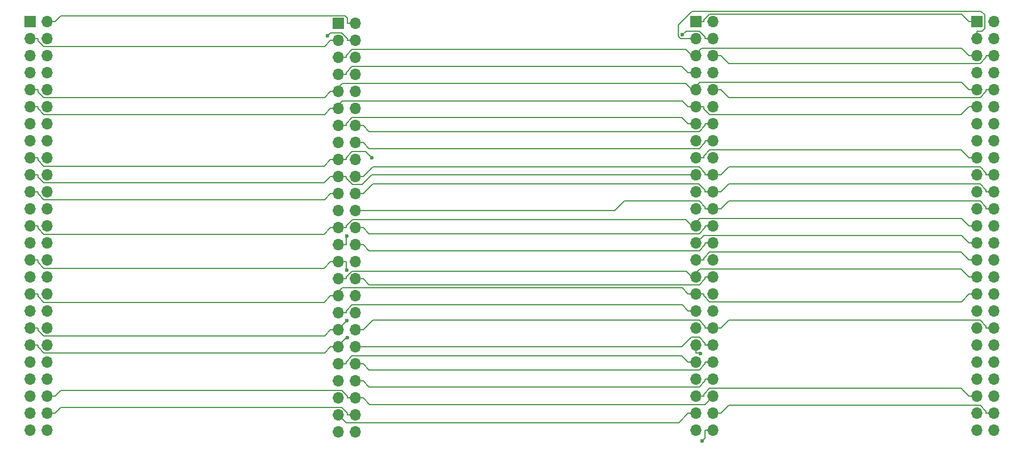
<source format=gbr>
%TF.GenerationSoftware,KiCad,Pcbnew,8.0.1*%
%TF.CreationDate,2024-06-17T10:53:38-04:00*%
%TF.ProjectId,trs80 multi connector,74727338-3020-46d7-956c-746920636f6e,rev?*%
%TF.SameCoordinates,Original*%
%TF.FileFunction,Copper,L2,Bot*%
%TF.FilePolarity,Positive*%
%FSLAX46Y46*%
G04 Gerber Fmt 4.6, Leading zero omitted, Abs format (unit mm)*
G04 Created by KiCad (PCBNEW 8.0.1) date 2024-06-17 10:53:38*
%MOMM*%
%LPD*%
G01*
G04 APERTURE LIST*
%TA.AperFunction,ComponentPad*%
%ADD10R,1.700000X1.700000*%
%TD*%
%TA.AperFunction,ComponentPad*%
%ADD11O,1.700000X1.700000*%
%TD*%
%TA.AperFunction,ViaPad*%
%ADD12C,0.600000*%
%TD*%
%TA.AperFunction,Conductor*%
%ADD13C,0.200000*%
%TD*%
G04 APERTURE END LIST*
D10*
%TO.P,J4,1,Pin_1*%
%TO.N,Pin_1*%
X208026000Y-53594000D03*
D11*
%TO.P,J4,2,Pin_2*%
%TO.N,Pin_2*%
X210566000Y-53594000D03*
%TO.P,J4,3,Pin_3*%
%TO.N,Pin_3*%
X208026000Y-56134000D03*
%TO.P,J4,4,Pin_4*%
%TO.N,Pin_4*%
X210566000Y-56134000D03*
%TO.P,J4,5,Pin_5*%
%TO.N,Pin_5*%
X208026000Y-58674000D03*
%TO.P,J4,6,Pin_6*%
%TO.N,Pin_6*%
X210566000Y-58674000D03*
%TO.P,J4,7,Pin_7*%
%TO.N,Pin_7*%
X208026000Y-61214000D03*
%TO.P,J4,8,Pin_8*%
%TO.N,Pin_8*%
X210566000Y-61214000D03*
%TO.P,J4,9,Pin_9*%
%TO.N,Pin_9*%
X208026000Y-63754000D03*
%TO.P,J4,10,Pin_10*%
%TO.N,Pin_10*%
X210566000Y-63754000D03*
%TO.P,J4,11,Pin_11*%
%TO.N,Pin_11*%
X208026000Y-66294000D03*
%TO.P,J4,12,Pin_12*%
%TO.N,Pin_12*%
X210566000Y-66294000D03*
%TO.P,J4,13,Pin_13*%
%TO.N,Pin_13*%
X208026000Y-68834000D03*
%TO.P,J4,14,Pin_14*%
%TO.N,Pin_14*%
X210566000Y-68834000D03*
%TO.P,J4,15,Pin_15*%
%TO.N,Pin_15*%
X208026000Y-71374000D03*
%TO.P,J4,16,Pin_16*%
%TO.N,Pin_16*%
X210566000Y-71374000D03*
%TO.P,J4,17,Pin_17*%
%TO.N,Pin_17*%
X208026000Y-73914000D03*
%TO.P,J4,18,Pin_18*%
%TO.N,Pin_18*%
X210566000Y-73914000D03*
%TO.P,J4,19,Pin_19*%
%TO.N,Pin_19*%
X208026000Y-76454000D03*
%TO.P,J4,20,Pin_20*%
%TO.N,Pin_20*%
X210566000Y-76454000D03*
%TO.P,J4,21,Pin_21*%
%TO.N,Pin_21*%
X208026000Y-78994000D03*
%TO.P,J4,22,Pin_22*%
%TO.N,Pin_22*%
X210566000Y-78994000D03*
%TO.P,J4,23,Pin_23*%
%TO.N,Pin_23*%
X208026000Y-81534000D03*
%TO.P,J4,24,Pin_24*%
%TO.N,Pin_24*%
X210566000Y-81534000D03*
%TO.P,J4,25,Pin_25*%
%TO.N,Pin_25*%
X208026000Y-84074000D03*
%TO.P,J4,26,Pin_26*%
%TO.N,Pin_26*%
X210566000Y-84074000D03*
%TO.P,J4,27,Pin_27*%
%TO.N,Pin_27*%
X208026000Y-86614000D03*
%TO.P,J4,28,Pin_28*%
%TO.N,Pin_28*%
X210566000Y-86614000D03*
%TO.P,J4,29,Pin_29*%
%TO.N,Pin_29*%
X208026000Y-89154000D03*
%TO.P,J4,30,Pin_30*%
%TO.N,Pin_30*%
X210566000Y-89154000D03*
%TO.P,J4,31,Pin_31*%
%TO.N,Pin_31*%
X208026000Y-91694000D03*
%TO.P,J4,32,Pin_32*%
%TO.N,Pin_32*%
X210566000Y-91694000D03*
%TO.P,J4,33,Pin_33*%
%TO.N,Pin_33*%
X208026000Y-94234000D03*
%TO.P,J4,34,Pin_34*%
%TO.N,Pin_34*%
X210566000Y-94234000D03*
%TO.P,J4,35,Pin_35*%
%TO.N,Pin_35*%
X208026000Y-96774000D03*
%TO.P,J4,36,Pin_36*%
%TO.N,Pin_36*%
X210566000Y-96774000D03*
%TO.P,J4,37,Pin_37*%
%TO.N,Pin_37*%
X208026000Y-99314000D03*
%TO.P,J4,38,Pin_38*%
%TO.N,Pin_38*%
X210566000Y-99314000D03*
%TO.P,J4,39,Pin_39*%
%TO.N,Pin_39*%
X208026000Y-101854000D03*
%TO.P,J4,40,Pin_40*%
%TO.N,Pin_40*%
X210566000Y-101854000D03*
%TO.P,J4,41,Pin_41*%
%TO.N,Pin_41*%
X208026000Y-104394000D03*
%TO.P,J4,42,Pin_42*%
%TO.N,Pin_42*%
X210566000Y-104394000D03*
%TO.P,J4,43,Pin_43*%
%TO.N,Pin_43*%
X208026000Y-106934000D03*
%TO.P,J4,44,Pin_44*%
%TO.N,Pin_44*%
X210566000Y-106934000D03*
%TO.P,J4,45,Pin_45*%
%TO.N,Pin_45*%
X208026000Y-109474000D03*
%TO.P,J4,46,Pin_46*%
%TO.N,Pin_46*%
X210566000Y-109474000D03*
%TO.P,J4,47,Pin_47*%
%TO.N,Pin_47*%
X208026000Y-112014000D03*
%TO.P,J4,48,Pin_48*%
%TO.N,Pin_48*%
X210566000Y-112014000D03*
%TO.P,J4,49,Pin_49*%
%TO.N,Pin_49*%
X208026000Y-114554000D03*
%TO.P,J4,50,Pin_50*%
%TO.N,Pin_50*%
X210566000Y-114554000D03*
%TD*%
D10*
%TO.P,J3,1,Pin_1*%
%TO.N,Pin_1*%
X166116000Y-53594000D03*
D11*
%TO.P,J3,2,Pin_2*%
%TO.N,Pin_2*%
X168656000Y-53594000D03*
%TO.P,J3,3,Pin_3*%
%TO.N,Pin_3*%
X166116000Y-56134000D03*
%TO.P,J3,4,Pin_4*%
%TO.N,Pin_4*%
X168656000Y-56134000D03*
%TO.P,J3,5,Pin_5*%
%TO.N,Pin_5*%
X166116000Y-58674000D03*
%TO.P,J3,6,Pin_6*%
%TO.N,Pin_6*%
X168656000Y-58674000D03*
%TO.P,J3,7,Pin_7*%
%TO.N,Pin_7*%
X166116000Y-61214000D03*
%TO.P,J3,8,Pin_8*%
%TO.N,Pin_8*%
X168656000Y-61214000D03*
%TO.P,J3,9,Pin_9*%
%TO.N,Pin_9*%
X166116000Y-63754000D03*
%TO.P,J3,10,Pin_10*%
%TO.N,Pin_10*%
X168656000Y-63754000D03*
%TO.P,J3,11,Pin_11*%
%TO.N,Pin_11*%
X166116000Y-66294000D03*
%TO.P,J3,12,Pin_12*%
%TO.N,Pin_12*%
X168656000Y-66294000D03*
%TO.P,J3,13,Pin_13*%
%TO.N,Pin_13*%
X166116000Y-68834000D03*
%TO.P,J3,14,Pin_14*%
%TO.N,Pin_14*%
X168656000Y-68834000D03*
%TO.P,J3,15,Pin_15*%
%TO.N,Pin_15*%
X166116000Y-71374000D03*
%TO.P,J3,16,Pin_16*%
%TO.N,Pin_16*%
X168656000Y-71374000D03*
%TO.P,J3,17,Pin_17*%
%TO.N,Pin_17*%
X166116000Y-73914000D03*
%TO.P,J3,18,Pin_18*%
%TO.N,Pin_18*%
X168656000Y-73914000D03*
%TO.P,J3,19,Pin_19*%
%TO.N,Pin_19*%
X166116000Y-76454000D03*
%TO.P,J3,20,Pin_20*%
%TO.N,Pin_20*%
X168656000Y-76454000D03*
%TO.P,J3,21,Pin_21*%
%TO.N,Pin_21*%
X166116000Y-78994000D03*
%TO.P,J3,22,Pin_22*%
%TO.N,Pin_22*%
X168656000Y-78994000D03*
%TO.P,J3,23,Pin_23*%
%TO.N,Pin_23*%
X166116000Y-81534000D03*
%TO.P,J3,24,Pin_24*%
%TO.N,Pin_24*%
X168656000Y-81534000D03*
%TO.P,J3,25,Pin_25*%
%TO.N,Pin_25*%
X166116000Y-84074000D03*
%TO.P,J3,26,Pin_26*%
%TO.N,Pin_26*%
X168656000Y-84074000D03*
%TO.P,J3,27,Pin_27*%
%TO.N,Pin_27*%
X166116000Y-86614000D03*
%TO.P,J3,28,Pin_28*%
%TO.N,Pin_28*%
X168656000Y-86614000D03*
%TO.P,J3,29,Pin_29*%
%TO.N,Pin_29*%
X166116000Y-89154000D03*
%TO.P,J3,30,Pin_30*%
%TO.N,Pin_30*%
X168656000Y-89154000D03*
%TO.P,J3,31,Pin_31*%
%TO.N,Pin_31*%
X166116000Y-91694000D03*
%TO.P,J3,32,Pin_32*%
%TO.N,Pin_32*%
X168656000Y-91694000D03*
%TO.P,J3,33,Pin_33*%
%TO.N,Pin_33*%
X166116000Y-94234000D03*
%TO.P,J3,34,Pin_34*%
%TO.N,Pin_34*%
X168656000Y-94234000D03*
%TO.P,J3,35,Pin_35*%
%TO.N,Pin_35*%
X166116000Y-96774000D03*
%TO.P,J3,36,Pin_36*%
%TO.N,Pin_36*%
X168656000Y-96774000D03*
%TO.P,J3,37,Pin_37*%
%TO.N,Pin_37*%
X166116000Y-99314000D03*
%TO.P,J3,38,Pin_38*%
%TO.N,Pin_38*%
X168656000Y-99314000D03*
%TO.P,J3,39,Pin_39*%
%TO.N,Pin_39*%
X166116000Y-101854000D03*
%TO.P,J3,40,Pin_40*%
%TO.N,Pin_40*%
X168656000Y-101854000D03*
%TO.P,J3,41,Pin_41*%
%TO.N,Pin_41*%
X166116000Y-104394000D03*
%TO.P,J3,42,Pin_42*%
%TO.N,Pin_42*%
X168656000Y-104394000D03*
%TO.P,J3,43,Pin_43*%
%TO.N,Pin_43*%
X166116000Y-106934000D03*
%TO.P,J3,44,Pin_44*%
%TO.N,Pin_44*%
X168656000Y-106934000D03*
%TO.P,J3,45,Pin_45*%
%TO.N,Pin_45*%
X166116000Y-109474000D03*
%TO.P,J3,46,Pin_46*%
%TO.N,Pin_46*%
X168656000Y-109474000D03*
%TO.P,J3,47,Pin_47*%
%TO.N,Pin_47*%
X166116000Y-112014000D03*
%TO.P,J3,48,Pin_48*%
%TO.N,Pin_48*%
X168656000Y-112014000D03*
%TO.P,J3,49,Pin_49*%
%TO.N,Pin_49*%
X166116000Y-114554000D03*
%TO.P,J3,50,Pin_50*%
%TO.N,Pin_50*%
X168656000Y-114554000D03*
%TD*%
D10*
%TO.P,J2,1,Pin_1*%
%TO.N,Pin_1*%
X112776000Y-53848000D03*
D11*
%TO.P,J2,2,Pin_2*%
%TO.N,Pin_2*%
X115316000Y-53848000D03*
%TO.P,J2,3,Pin_3*%
%TO.N,Pin_3*%
X112776000Y-56388000D03*
%TO.P,J2,4,Pin_4*%
%TO.N,Pin_4*%
X115316000Y-56388000D03*
%TO.P,J2,5,Pin_5*%
%TO.N,Pin_5*%
X112776000Y-58928000D03*
%TO.P,J2,6,Pin_6*%
%TO.N,Pin_6*%
X115316000Y-58928000D03*
%TO.P,J2,7,Pin_7*%
%TO.N,Pin_7*%
X112776000Y-61468000D03*
%TO.P,J2,8,Pin_8*%
%TO.N,Pin_8*%
X115316000Y-61468000D03*
%TO.P,J2,9,Pin_9*%
%TO.N,Pin_9*%
X112776000Y-64008000D03*
%TO.P,J2,10,Pin_10*%
%TO.N,Pin_10*%
X115316000Y-64008000D03*
%TO.P,J2,11,Pin_11*%
%TO.N,Pin_11*%
X112776000Y-66548000D03*
%TO.P,J2,12,Pin_12*%
%TO.N,Pin_12*%
X115316000Y-66548000D03*
%TO.P,J2,13,Pin_13*%
%TO.N,Pin_13*%
X112776000Y-69088000D03*
%TO.P,J2,14,Pin_14*%
%TO.N,Pin_14*%
X115316000Y-69088000D03*
%TO.P,J2,15,Pin_15*%
%TO.N,Pin_15*%
X112776000Y-71628000D03*
%TO.P,J2,16,Pin_16*%
%TO.N,Pin_16*%
X115316000Y-71628000D03*
%TO.P,J2,17,Pin_17*%
%TO.N,Pin_17*%
X112776000Y-74168000D03*
%TO.P,J2,18,Pin_18*%
%TO.N,Pin_18*%
X115316000Y-74168000D03*
%TO.P,J2,19,Pin_19*%
%TO.N,Pin_19*%
X112776000Y-76708000D03*
%TO.P,J2,20,Pin_20*%
%TO.N,Pin_20*%
X115316000Y-76708000D03*
%TO.P,J2,21,Pin_21*%
%TO.N,Pin_21*%
X112776000Y-79248000D03*
%TO.P,J2,22,Pin_22*%
%TO.N,Pin_22*%
X115316000Y-79248000D03*
%TO.P,J2,23,Pin_23*%
%TO.N,Pin_23*%
X112776000Y-81788000D03*
%TO.P,J2,24,Pin_24*%
%TO.N,Pin_24*%
X115316000Y-81788000D03*
%TO.P,J2,25,Pin_25*%
%TO.N,Pin_25*%
X112776000Y-84328000D03*
%TO.P,J2,26,Pin_26*%
%TO.N,Pin_26*%
X115316000Y-84328000D03*
%TO.P,J2,27,Pin_27*%
%TO.N,Pin_27*%
X112776000Y-86868000D03*
%TO.P,J2,28,Pin_28*%
%TO.N,Pin_28*%
X115316000Y-86868000D03*
%TO.P,J2,29,Pin_29*%
%TO.N,Pin_29*%
X112776000Y-89408000D03*
%TO.P,J2,30,Pin_30*%
%TO.N,Pin_30*%
X115316000Y-89408000D03*
%TO.P,J2,31,Pin_31*%
%TO.N,Pin_31*%
X112776000Y-91948000D03*
%TO.P,J2,32,Pin_32*%
%TO.N,Pin_32*%
X115316000Y-91948000D03*
%TO.P,J2,33,Pin_33*%
%TO.N,Pin_33*%
X112776000Y-94488000D03*
%TO.P,J2,34,Pin_34*%
%TO.N,Pin_34*%
X115316000Y-94488000D03*
%TO.P,J2,35,Pin_35*%
%TO.N,Pin_35*%
X112776000Y-97028000D03*
%TO.P,J2,36,Pin_36*%
%TO.N,Pin_36*%
X115316000Y-97028000D03*
%TO.P,J2,37,Pin_37*%
%TO.N,Pin_37*%
X112776000Y-99568000D03*
%TO.P,J2,38,Pin_38*%
%TO.N,Pin_38*%
X115316000Y-99568000D03*
%TO.P,J2,39,Pin_39*%
%TO.N,Pin_39*%
X112776000Y-102108000D03*
%TO.P,J2,40,Pin_40*%
%TO.N,Pin_40*%
X115316000Y-102108000D03*
%TO.P,J2,41,Pin_41*%
%TO.N,Pin_41*%
X112776000Y-104648000D03*
%TO.P,J2,42,Pin_42*%
%TO.N,Pin_42*%
X115316000Y-104648000D03*
%TO.P,J2,43,Pin_43*%
%TO.N,Pin_43*%
X112776000Y-107188000D03*
%TO.P,J2,44,Pin_44*%
%TO.N,Pin_44*%
X115316000Y-107188000D03*
%TO.P,J2,45,Pin_45*%
%TO.N,Pin_45*%
X112776000Y-109728000D03*
%TO.P,J2,46,Pin_46*%
%TO.N,Pin_46*%
X115316000Y-109728000D03*
%TO.P,J2,47,Pin_47*%
%TO.N,Pin_47*%
X112776000Y-112268000D03*
%TO.P,J2,48,Pin_48*%
%TO.N,Pin_48*%
X115316000Y-112268000D03*
%TO.P,J2,49,Pin_49*%
%TO.N,Pin_49*%
X112776000Y-114808000D03*
%TO.P,J2,50,Pin_50*%
%TO.N,Pin_50*%
X115316000Y-114808000D03*
%TD*%
D10*
%TO.P,J1,1,Pin_1*%
%TO.N,Pin_1*%
X66802000Y-53594000D03*
D11*
%TO.P,J1,2,Pin_2*%
%TO.N,Pin_2*%
X69342000Y-53594000D03*
%TO.P,J1,3,Pin_3*%
%TO.N,Pin_3*%
X66802000Y-56134000D03*
%TO.P,J1,4,Pin_4*%
%TO.N,Pin_4*%
X69342000Y-56134000D03*
%TO.P,J1,5,Pin_5*%
%TO.N,Pin_5*%
X66802000Y-58674000D03*
%TO.P,J1,6,Pin_6*%
%TO.N,Pin_6*%
X69342000Y-58674000D03*
%TO.P,J1,7,Pin_7*%
%TO.N,Pin_7*%
X66802000Y-61214000D03*
%TO.P,J1,8,Pin_8*%
%TO.N,Pin_8*%
X69342000Y-61214000D03*
%TO.P,J1,9,Pin_9*%
%TO.N,Pin_9*%
X66802000Y-63754000D03*
%TO.P,J1,10,Pin_10*%
%TO.N,Pin_10*%
X69342000Y-63754000D03*
%TO.P,J1,11,Pin_11*%
%TO.N,Pin_11*%
X66802000Y-66294000D03*
%TO.P,J1,12,Pin_12*%
%TO.N,Pin_12*%
X69342000Y-66294000D03*
%TO.P,J1,13,Pin_13*%
%TO.N,Pin_13*%
X66802000Y-68834000D03*
%TO.P,J1,14,Pin_14*%
%TO.N,Pin_14*%
X69342000Y-68834000D03*
%TO.P,J1,15,Pin_15*%
%TO.N,Pin_15*%
X66802000Y-71374000D03*
%TO.P,J1,16,Pin_16*%
%TO.N,Pin_16*%
X69342000Y-71374000D03*
%TO.P,J1,17,Pin_17*%
%TO.N,Pin_17*%
X66802000Y-73914000D03*
%TO.P,J1,18,Pin_18*%
%TO.N,Pin_18*%
X69342000Y-73914000D03*
%TO.P,J1,19,Pin_19*%
%TO.N,Pin_19*%
X66802000Y-76454000D03*
%TO.P,J1,20,Pin_20*%
%TO.N,Pin_20*%
X69342000Y-76454000D03*
%TO.P,J1,21,Pin_21*%
%TO.N,Pin_21*%
X66802000Y-78994000D03*
%TO.P,J1,22,Pin_22*%
%TO.N,Pin_22*%
X69342000Y-78994000D03*
%TO.P,J1,23,Pin_23*%
%TO.N,Pin_23*%
X66802000Y-81534000D03*
%TO.P,J1,24,Pin_24*%
%TO.N,Pin_24*%
X69342000Y-81534000D03*
%TO.P,J1,25,Pin_25*%
%TO.N,Pin_25*%
X66802000Y-84074000D03*
%TO.P,J1,26,Pin_26*%
%TO.N,Pin_26*%
X69342000Y-84074000D03*
%TO.P,J1,27,Pin_27*%
%TO.N,Pin_27*%
X66802000Y-86614000D03*
%TO.P,J1,28,Pin_28*%
%TO.N,Pin_28*%
X69342000Y-86614000D03*
%TO.P,J1,29,Pin_29*%
%TO.N,Pin_29*%
X66802000Y-89154000D03*
%TO.P,J1,30,Pin_30*%
%TO.N,Pin_30*%
X69342000Y-89154000D03*
%TO.P,J1,31,Pin_31*%
%TO.N,Pin_31*%
X66802000Y-91694000D03*
%TO.P,J1,32,Pin_32*%
%TO.N,Pin_32*%
X69342000Y-91694000D03*
%TO.P,J1,33,Pin_33*%
%TO.N,Pin_33*%
X66802000Y-94234000D03*
%TO.P,J1,34,Pin_34*%
%TO.N,Pin_34*%
X69342000Y-94234000D03*
%TO.P,J1,35,Pin_35*%
%TO.N,Pin_35*%
X66802000Y-96774000D03*
%TO.P,J1,36,Pin_36*%
%TO.N,Pin_36*%
X69342000Y-96774000D03*
%TO.P,J1,37,Pin_37*%
%TO.N,Pin_37*%
X66802000Y-99314000D03*
%TO.P,J1,38,Pin_38*%
%TO.N,Pin_38*%
X69342000Y-99314000D03*
%TO.P,J1,39,Pin_39*%
%TO.N,Pin_39*%
X66802000Y-101854000D03*
%TO.P,J1,40,Pin_40*%
%TO.N,Pin_40*%
X69342000Y-101854000D03*
%TO.P,J1,41,Pin_41*%
%TO.N,Pin_41*%
X66802000Y-104394000D03*
%TO.P,J1,42,Pin_42*%
%TO.N,Pin_42*%
X69342000Y-104394000D03*
%TO.P,J1,43,Pin_43*%
%TO.N,Pin_43*%
X66802000Y-106934000D03*
%TO.P,J1,44,Pin_44*%
%TO.N,Pin_44*%
X69342000Y-106934000D03*
%TO.P,J1,45,Pin_45*%
%TO.N,Pin_45*%
X66802000Y-109474000D03*
%TO.P,J1,46,Pin_46*%
%TO.N,Pin_46*%
X69342000Y-109474000D03*
%TO.P,J1,47,Pin_47*%
%TO.N,Pin_47*%
X66802000Y-112014000D03*
%TO.P,J1,48,Pin_48*%
%TO.N,Pin_48*%
X69342000Y-112014000D03*
%TO.P,J1,49,Pin_49*%
%TO.N,Pin_49*%
X66802000Y-114554000D03*
%TO.P,J1,50,Pin_50*%
%TO.N,Pin_50*%
X69342000Y-114554000D03*
%TD*%
D12*
%TO.N,Pin_17*%
X117744000Y-73914000D03*
%TO.N,Pin_39*%
X166763000Y-103124000D03*
X114171000Y-100760000D03*
%TO.N,Pin_29*%
X114036000Y-90646400D03*
%TO.N,Pin_27*%
X114046000Y-85598000D03*
%TO.N,Pin_37*%
X114027000Y-98219400D03*
%TO.N,Pin_50*%
X167042000Y-116168000D03*
%TO.N,Pin_4*%
X111128000Y-55685300D03*
X164119000Y-55527400D03*
%TD*%
D13*
%TO.N,Pin_19*%
X117775000Y-76454000D02*
X166116000Y-76454000D01*
X116328000Y-77901100D02*
X117775000Y-76454000D01*
X114874000Y-77901100D02*
X116328000Y-77901100D01*
X113928000Y-76955100D02*
X114874000Y-77901100D01*
X113928000Y-76708000D02*
X113928000Y-76955100D01*
X112776000Y-76708000D02*
X113928000Y-76708000D01*
X67953700Y-76454000D02*
X66802000Y-76454000D01*
X67953700Y-76741900D02*
X67953700Y-76454000D01*
X68853700Y-77641900D02*
X67953700Y-76741900D01*
X110690000Y-77641900D02*
X68853700Y-77641900D01*
X111624000Y-76708000D02*
X110690000Y-77641900D01*
X112776000Y-76708000D02*
X111624000Y-76708000D01*
%TO.N,Pin_17*%
X116813000Y-72983100D02*
X117744000Y-73914000D01*
X114825000Y-72983100D02*
X116813000Y-72983100D01*
X113928000Y-73880100D02*
X114825000Y-72983100D01*
X113928000Y-74168000D02*
X113928000Y-73880100D01*
X112776000Y-74168000D02*
X113928000Y-74168000D01*
X67953700Y-73914000D02*
X66802000Y-73914000D01*
X67953700Y-74201900D02*
X67953700Y-73914000D01*
X68872200Y-75120400D02*
X67953700Y-74201900D01*
X110672000Y-75120400D02*
X68872200Y-75120400D01*
X111624000Y-74168000D02*
X110672000Y-75120400D01*
X112776000Y-74168000D02*
X111624000Y-74168000D01*
X167268000Y-73914000D02*
X166116000Y-73914000D01*
X167268000Y-73626100D02*
X167268000Y-73914000D01*
X168170000Y-72723400D02*
X167268000Y-73626100D01*
X205684000Y-72723400D02*
X168170000Y-72723400D01*
X206874000Y-73914000D02*
X205684000Y-72723400D01*
X208026000Y-73914000D02*
X206874000Y-73914000D01*
%TO.N,Pin_11*%
X111624000Y-66548000D02*
X112200000Y-66548000D01*
X110725000Y-67447500D02*
X111624000Y-66548000D01*
X68838700Y-67447500D02*
X110725000Y-67447500D01*
X67953700Y-66562500D02*
X68838700Y-67447500D01*
X67953700Y-66294000D02*
X67953700Y-66562500D01*
X66802000Y-66294000D02*
X67953700Y-66294000D01*
X206874000Y-66294000D02*
X208026000Y-66294000D01*
X205684000Y-67484600D02*
X206874000Y-66294000D01*
X168170000Y-67484600D02*
X205684000Y-67484600D01*
X167268000Y-66581900D02*
X168170000Y-67484600D01*
X167268000Y-66294000D02*
X167268000Y-66581900D01*
X166116000Y-66294000D02*
X167268000Y-66294000D01*
X113364000Y-65384300D02*
X112200000Y-66548000D01*
X164055000Y-65384300D02*
X113364000Y-65384300D01*
X164964000Y-66294000D02*
X164055000Y-65384300D01*
X166116000Y-66294000D02*
X164964000Y-66294000D01*
X112776000Y-66548000D02*
X112200000Y-66548000D01*
%TO.N,Pin_7*%
X113928000Y-61468000D02*
X112776000Y-61468000D01*
X113928000Y-61180100D02*
X113928000Y-61468000D01*
X114820000Y-60287800D02*
X113928000Y-61180100D01*
X164038000Y-60287800D02*
X114820000Y-60287800D01*
X164964000Y-61214000D02*
X164038000Y-60287800D01*
X166116000Y-61214000D02*
X164964000Y-61214000D01*
%TO.N,Pin_21*%
X67953700Y-78994000D02*
X66802000Y-78994000D01*
X67953700Y-79262500D02*
X67953700Y-78994000D01*
X68838700Y-80147500D02*
X67953700Y-79262500D01*
X110725000Y-80147500D02*
X68838700Y-80147500D01*
X111624000Y-79248000D02*
X110725000Y-80147500D01*
X112776000Y-79248000D02*
X111624000Y-79248000D01*
%TO.N,Pin_9*%
X111624000Y-64008000D02*
X112200000Y-64008000D01*
X110709000Y-64923000D02*
X111624000Y-64008000D01*
X68834800Y-64923000D02*
X110709000Y-64923000D01*
X67953700Y-64041900D02*
X68834800Y-64923000D01*
X67953700Y-63754000D02*
X67953700Y-64041900D01*
X66802000Y-63754000D02*
X67953700Y-63754000D01*
X166116000Y-63754000D02*
X165540000Y-63754000D01*
X113407000Y-62801600D02*
X112200000Y-64008000D01*
X164588000Y-62801600D02*
X113407000Y-62801600D01*
X165540000Y-63754000D02*
X164588000Y-62801600D01*
X206874000Y-63754000D02*
X208026000Y-63754000D01*
X205718000Y-62597200D02*
X206874000Y-63754000D01*
X166697000Y-62597200D02*
X205718000Y-62597200D01*
X165540000Y-63754000D02*
X166697000Y-62597200D01*
X112776000Y-64008000D02*
X112200000Y-64008000D01*
%TO.N,Pin_3*%
X67953700Y-56134000D02*
X66802000Y-56134000D01*
X67953700Y-56421900D02*
X67953700Y-56134000D01*
X68838800Y-57307000D02*
X67953700Y-56421900D01*
X110705000Y-57307000D02*
X68838800Y-57307000D01*
X111624000Y-56388000D02*
X110705000Y-57307000D01*
X112776000Y-56388000D02*
X111624000Y-56388000D01*
X163851000Y-56134000D02*
X166116000Y-56134000D01*
X163488000Y-55770700D02*
X163851000Y-56134000D01*
X163488000Y-54087400D02*
X163488000Y-55770700D01*
X165552000Y-52022900D02*
X163488000Y-54087400D01*
X208624000Y-52022900D02*
X165552000Y-52022900D01*
X209185000Y-52584800D02*
X208624000Y-52022900D01*
X209185000Y-54614700D02*
X209185000Y-52584800D01*
X208818000Y-54982300D02*
X209185000Y-54614700D01*
X208026000Y-54982300D02*
X208818000Y-54982300D01*
X208026000Y-56134000D02*
X208026000Y-54982300D01*
%TO.N,Pin_31*%
X166116000Y-91694000D02*
X165540000Y-91694000D01*
X113928000Y-91948000D02*
X112776000Y-91948000D01*
X113928000Y-91660100D02*
X113928000Y-91948000D01*
X114795000Y-90792800D02*
X113928000Y-91660100D01*
X164639000Y-90792800D02*
X114795000Y-90792800D01*
X165540000Y-91694000D02*
X164639000Y-90792800D01*
X206874000Y-91694000D02*
X208026000Y-91694000D01*
X205696000Y-90516200D02*
X206874000Y-91694000D01*
X166718000Y-90516200D02*
X205696000Y-90516200D01*
X165540000Y-91694000D02*
X166718000Y-90516200D01*
%TO.N,Pin_1*%
X206874000Y-53594000D02*
X208026000Y-53594000D01*
X205723000Y-52442300D02*
X206874000Y-53594000D01*
X168132000Y-52442300D02*
X205723000Y-52442300D01*
X167268000Y-53306100D02*
X168132000Y-52442300D01*
X167268000Y-53594000D02*
X167268000Y-53306100D01*
X166116000Y-53594000D02*
X167268000Y-53594000D01*
%TO.N,Pin_39*%
X111624000Y-102108000D02*
X112632000Y-102108000D01*
X110725000Y-103008000D02*
X111624000Y-102108000D01*
X68838700Y-103008000D02*
X110725000Y-103008000D01*
X67953700Y-102122000D02*
X68838700Y-103008000D01*
X67953700Y-101854000D02*
X67953700Y-102122000D01*
X66802000Y-101854000D02*
X67953700Y-101854000D01*
X166644000Y-103006000D02*
X166763000Y-103124000D01*
X166116000Y-103006000D02*
X166644000Y-103006000D01*
X166116000Y-101854000D02*
X166116000Y-103006000D01*
X113981000Y-100760000D02*
X114171000Y-100760000D01*
X112632000Y-102108000D02*
X113981000Y-100760000D01*
X112776000Y-102108000D02*
X112632000Y-102108000D01*
%TO.N,Pin_33*%
X111624000Y-94488000D02*
X112200000Y-94488000D01*
X110672000Y-95440400D02*
X111624000Y-94488000D01*
X68872200Y-95440400D02*
X110672000Y-95440400D01*
X67953700Y-94521900D02*
X68872200Y-95440400D01*
X67953700Y-94234000D02*
X67953700Y-94521900D01*
X66802000Y-94234000D02*
X67953700Y-94234000D01*
X113372000Y-93316200D02*
X112200000Y-94488000D01*
X164046000Y-93316200D02*
X113372000Y-93316200D01*
X164964000Y-94234000D02*
X164046000Y-93316200D01*
X166116000Y-94234000D02*
X164964000Y-94234000D01*
X206874000Y-94234000D02*
X208026000Y-94234000D01*
X205723000Y-95385700D02*
X206874000Y-94234000D01*
X168151000Y-95385700D02*
X205723000Y-95385700D01*
X167268000Y-94502500D02*
X168151000Y-95385700D01*
X167268000Y-94234000D02*
X167268000Y-94502500D01*
X166116000Y-94234000D02*
X167268000Y-94234000D01*
X112776000Y-94488000D02*
X112200000Y-94488000D01*
%TO.N,Pin_47*%
X113931000Y-113423000D02*
X112776000Y-112268000D01*
X163556000Y-113423000D02*
X113931000Y-113423000D01*
X164964000Y-112014000D02*
X163556000Y-113423000D01*
X166116000Y-112014000D02*
X164964000Y-112014000D01*
%TO.N,Pin_35*%
X113928000Y-97028000D02*
X112776000Y-97028000D01*
X113928000Y-96740100D02*
X113928000Y-97028000D01*
X114815000Y-95852500D02*
X113928000Y-96740100D01*
X164043000Y-95852500D02*
X114815000Y-95852500D01*
X164964000Y-96774000D02*
X164043000Y-95852500D01*
X166116000Y-96774000D02*
X164964000Y-96774000D01*
%TO.N,Pin_41*%
X113928000Y-104648000D02*
X112776000Y-104648000D01*
X113928000Y-104360000D02*
X113928000Y-104648000D01*
X114822000Y-103465000D02*
X113928000Y-104360000D01*
X164036000Y-103465000D02*
X114822000Y-103465000D01*
X164964000Y-104394000D02*
X164036000Y-103465000D01*
X166116000Y-104394000D02*
X164964000Y-104394000D01*
%TO.N,Pin_29*%
X167268000Y-89154000D02*
X166116000Y-89154000D01*
X167268000Y-88866100D02*
X167268000Y-89154000D01*
X168170000Y-87963400D02*
X167268000Y-88866100D01*
X205684000Y-87963400D02*
X168170000Y-87963400D01*
X206874000Y-89154000D02*
X205684000Y-87963400D01*
X208026000Y-89154000D02*
X206874000Y-89154000D01*
X113928000Y-90537900D02*
X114036000Y-90646400D01*
X113928000Y-89408000D02*
X113928000Y-90537900D01*
X112776000Y-89408000D02*
X113928000Y-89408000D01*
X67953700Y-89154000D02*
X66802000Y-89154000D01*
X67953700Y-89441900D02*
X67953700Y-89154000D01*
X68872200Y-90360400D02*
X67953700Y-89441900D01*
X110672000Y-90360400D02*
X68872200Y-90360400D01*
X111624000Y-89408000D02*
X110672000Y-90360400D01*
X112776000Y-89408000D02*
X111624000Y-89408000D01*
%TO.N,Pin_45*%
X167268000Y-109474000D02*
X166116000Y-109474000D01*
X167268000Y-109186000D02*
X167268000Y-109474000D01*
X168170000Y-108283000D02*
X167268000Y-109186000D01*
X205684000Y-108283000D02*
X168170000Y-108283000D01*
X206874000Y-109474000D02*
X205684000Y-108283000D01*
X208026000Y-109474000D02*
X206874000Y-109474000D01*
%TO.N,Pin_27*%
X167268000Y-85462300D02*
X166116000Y-86614000D01*
X205723000Y-85462300D02*
X167268000Y-85462300D01*
X206874000Y-86614000D02*
X205723000Y-85462300D01*
X208026000Y-86614000D02*
X206874000Y-86614000D01*
X113928000Y-85716300D02*
X114046000Y-85598000D01*
X113928000Y-86868000D02*
X113928000Y-85716300D01*
X112776000Y-86868000D02*
X113928000Y-86868000D01*
%TO.N,Pin_37*%
X67953700Y-99314000D02*
X66802000Y-99314000D01*
X67953700Y-99601900D02*
X67953700Y-99314000D01*
X68829500Y-100478000D02*
X67953700Y-99601900D01*
X110715000Y-100478000D02*
X68829500Y-100478000D01*
X111624000Y-99568000D02*
X110715000Y-100478000D01*
X112678000Y-99568000D02*
X111624000Y-99568000D01*
X112678000Y-99568000D02*
X114027000Y-98219400D01*
X112776000Y-99568000D02*
X112678000Y-99568000D01*
%TO.N,Pin_13*%
X113928000Y-69088000D02*
X112776000Y-69088000D01*
X113928000Y-68800100D02*
X113928000Y-69088000D01*
X114823000Y-67905100D02*
X113928000Y-68800100D01*
X164035000Y-67905100D02*
X114823000Y-67905100D01*
X164964000Y-68834000D02*
X164035000Y-67905100D01*
X166116000Y-68834000D02*
X164964000Y-68834000D01*
%TO.N,Pin_25*%
X166116000Y-84074000D02*
X165540000Y-84074000D01*
X113928000Y-84328000D02*
X112776000Y-84328000D01*
X113928000Y-84085000D02*
X113928000Y-84328000D01*
X114891000Y-83121600D02*
X113928000Y-84085000D01*
X164588000Y-83121600D02*
X114891000Y-83121600D01*
X165540000Y-84074000D02*
X164588000Y-83121600D01*
X206874000Y-84074000D02*
X208026000Y-84074000D01*
X205715000Y-82914400D02*
X206874000Y-84074000D01*
X166700000Y-82914400D02*
X205715000Y-82914400D01*
X165540000Y-84074000D02*
X166700000Y-82914400D01*
X67953700Y-84074000D02*
X66802000Y-84074000D01*
X67953700Y-84361900D02*
X67953700Y-84074000D01*
X68872200Y-85280400D02*
X67953700Y-84361900D01*
X110672000Y-85280400D02*
X68872200Y-85280400D01*
X111624000Y-84328000D02*
X110672000Y-85280400D01*
X112776000Y-84328000D02*
X111624000Y-84328000D01*
%TO.N,Pin_5*%
X113928000Y-58928000D02*
X112776000Y-58928000D01*
X113928000Y-58640100D02*
X113928000Y-58928000D01*
X114846000Y-57721600D02*
X113928000Y-58640100D01*
X164588000Y-57721600D02*
X114846000Y-57721600D01*
X165540000Y-58674000D02*
X164588000Y-57721600D01*
X165828000Y-58674000D02*
X165540000Y-58674000D01*
X166985000Y-57517300D02*
X165828000Y-58674000D01*
X205718000Y-57517300D02*
X166985000Y-57517300D01*
X206874000Y-58674000D02*
X205718000Y-57517300D01*
X208026000Y-58674000D02*
X206874000Y-58674000D01*
X166116000Y-58674000D02*
X165828000Y-58674000D01*
%TO.N,Pin_44*%
X116468000Y-107188000D02*
X115316000Y-107188000D01*
X117370000Y-108091000D02*
X116468000Y-107188000D01*
X166616000Y-108091000D02*
X117370000Y-108091000D01*
X167504000Y-107202000D02*
X166616000Y-108091000D01*
X167504000Y-106934000D02*
X167504000Y-107202000D01*
X168656000Y-106934000D02*
X167504000Y-106934000D01*
%TO.N,Pin_20*%
X167504000Y-76454000D02*
X168656000Y-76454000D01*
X167504000Y-76185500D02*
X167504000Y-76454000D01*
X166582000Y-75263400D02*
X167504000Y-76185500D01*
X117912000Y-75263400D02*
X166582000Y-75263400D01*
X116468000Y-76708000D02*
X117912000Y-75263400D01*
X115316000Y-76708000D02*
X116468000Y-76708000D01*
X169808000Y-76454000D02*
X168656000Y-76454000D01*
X170998000Y-75263400D02*
X169808000Y-76454000D01*
X208492000Y-75263400D02*
X170998000Y-75263400D01*
X209414000Y-76185500D02*
X208492000Y-75263400D01*
X209414000Y-76454000D02*
X209414000Y-76185500D01*
X210566000Y-76454000D02*
X209414000Y-76454000D01*
%TO.N,Pin_22*%
X169808000Y-78994000D02*
X168656000Y-78994000D01*
X170998000Y-77803400D02*
X169808000Y-78994000D01*
X208492000Y-77803400D02*
X170998000Y-77803400D01*
X209414000Y-78725500D02*
X208492000Y-77803400D01*
X209414000Y-78994000D02*
X209414000Y-78725500D01*
X210566000Y-78994000D02*
X209414000Y-78994000D01*
X116468000Y-79248000D02*
X115316000Y-79248000D01*
X117917000Y-77798700D02*
X116468000Y-79248000D01*
X166578000Y-77798700D02*
X117917000Y-77798700D01*
X167504000Y-78725500D02*
X166578000Y-77798700D01*
X167504000Y-78994000D02*
X167504000Y-78725500D01*
X168656000Y-78994000D02*
X167504000Y-78994000D01*
%TO.N,Pin_42*%
X116468000Y-104648000D02*
X115316000Y-104648000D01*
X117367000Y-105548000D02*
X116468000Y-104648000D01*
X166619000Y-105548000D02*
X117367000Y-105548000D01*
X167504000Y-104662000D02*
X166619000Y-105548000D01*
X167504000Y-104394000D02*
X167504000Y-104662000D01*
X168656000Y-104394000D02*
X167504000Y-104394000D01*
%TO.N,Pin_50*%
X167504300Y-115705700D02*
X167042000Y-116168000D01*
X167504300Y-114554000D02*
X167504300Y-115705700D01*
X168656000Y-114554000D02*
X167504300Y-114554000D01*
%TO.N,Pin_16*%
X116468000Y-71628000D02*
X115316000Y-71628000D01*
X117367000Y-72527500D02*
X116468000Y-71628000D01*
X166619000Y-72527500D02*
X117367000Y-72527500D01*
X167504000Y-71642500D02*
X166619000Y-72527500D01*
X167504000Y-71374000D02*
X167504000Y-71642500D01*
X168656000Y-71374000D02*
X167504000Y-71374000D01*
%TO.N,Pin_46*%
X114164000Y-109728000D02*
X115316000Y-109728000D01*
X114164000Y-109460000D02*
X114164000Y-109728000D01*
X113279000Y-108574000D02*
X114164000Y-109460000D01*
X71393200Y-108574000D02*
X113279000Y-108574000D01*
X70493700Y-109474000D02*
X71393200Y-108574000D01*
X69342000Y-109474000D02*
X70493700Y-109474000D01*
X167450000Y-110680000D02*
X168656000Y-109474000D01*
X117420000Y-110680000D02*
X167450000Y-110680000D01*
X116468000Y-109728000D02*
X117420000Y-110680000D01*
X115316000Y-109728000D02*
X116468000Y-109728000D01*
%TO.N,Pin_6*%
X169808000Y-58674000D02*
X168656000Y-58674000D01*
X170998000Y-59864600D02*
X169808000Y-58674000D01*
X208492000Y-59864600D02*
X170998000Y-59864600D01*
X209414000Y-58942500D02*
X208492000Y-59864600D01*
X209414000Y-58674000D02*
X209414000Y-58942500D01*
X210566000Y-58674000D02*
X209414000Y-58674000D01*
%TO.N,Pin_26*%
X116468000Y-84328000D02*
X115316000Y-84328000D01*
X117370000Y-85230800D02*
X116468000Y-84328000D01*
X166616000Y-85230800D02*
X117370000Y-85230800D01*
X167504000Y-84342500D02*
X166616000Y-85230800D01*
X167504000Y-84074000D02*
X167504000Y-84342500D01*
X168656000Y-84074000D02*
X167504000Y-84074000D01*
%TO.N,Pin_14*%
X116468000Y-69088000D02*
X115316000Y-69088000D01*
X117367000Y-69987500D02*
X116468000Y-69088000D01*
X166619000Y-69987500D02*
X117367000Y-69987500D01*
X167504000Y-69102500D02*
X166619000Y-69987500D01*
X167504000Y-68834000D02*
X167504000Y-69102500D01*
X168656000Y-68834000D02*
X167504000Y-68834000D01*
%TO.N,Pin_10*%
X169808000Y-63754000D02*
X168656000Y-63754000D01*
X170998000Y-64944600D02*
X169808000Y-63754000D01*
X208492000Y-64944600D02*
X170998000Y-64944600D01*
X209414000Y-64022500D02*
X208492000Y-64944600D01*
X209414000Y-63754000D02*
X209414000Y-64022500D01*
X210566000Y-63754000D02*
X209414000Y-63754000D01*
%TO.N,Pin_2*%
X70493700Y-53594000D02*
X69342000Y-53594000D01*
X71391400Y-52696300D02*
X70493700Y-53594000D01*
X113827000Y-52696300D02*
X71391400Y-52696300D01*
X114164000Y-53033500D02*
X113827000Y-52696300D01*
X114164000Y-53848000D02*
X114164000Y-53033500D01*
X115316000Y-53848000D02*
X114164000Y-53848000D01*
%TO.N,Pin_40*%
X163962000Y-102108000D02*
X115316000Y-102108000D01*
X165407000Y-100663000D02*
X163962000Y-102108000D01*
X166582000Y-100663000D02*
X165407000Y-100663000D01*
X167504000Y-101586000D02*
X166582000Y-100663000D01*
X167504000Y-101854000D02*
X167504000Y-101586000D01*
X168656000Y-101854000D02*
X167504000Y-101854000D01*
%TO.N,Pin_28*%
X116468000Y-86868000D02*
X115316000Y-86868000D01*
X117366000Y-87766000D02*
X116468000Y-86868000D01*
X166618000Y-87766000D02*
X117366000Y-87766000D01*
X167504000Y-86879700D02*
X166618000Y-87766000D01*
X167504000Y-86614000D02*
X167504000Y-86879700D01*
X168656000Y-86614000D02*
X167504000Y-86614000D01*
%TO.N,Pin_38*%
X169808000Y-99314000D02*
X168656000Y-99314000D01*
X170998000Y-98123400D02*
X169808000Y-99314000D01*
X208492000Y-98123400D02*
X170998000Y-98123400D01*
X209414000Y-99045500D02*
X208492000Y-98123400D01*
X209414000Y-99314000D02*
X209414000Y-99045500D01*
X210566000Y-99314000D02*
X209414000Y-99314000D01*
X116468000Y-99568000D02*
X115316000Y-99568000D01*
X117912000Y-98123400D02*
X116468000Y-99568000D01*
X166582000Y-98123400D02*
X117912000Y-98123400D01*
X167504000Y-99045500D02*
X166582000Y-98123400D01*
X167504000Y-99314000D02*
X167504000Y-99045500D01*
X168656000Y-99314000D02*
X167504000Y-99314000D01*
%TO.N,Pin_48*%
X169808000Y-112014000D02*
X168656000Y-112014000D01*
X170998000Y-110823000D02*
X169808000Y-112014000D01*
X208492000Y-110823000D02*
X170998000Y-110823000D01*
X209414000Y-111746000D02*
X208492000Y-110823000D01*
X209414000Y-112014000D02*
X209414000Y-111746000D01*
X210566000Y-112014000D02*
X209414000Y-112014000D01*
X70493700Y-112014000D02*
X69342000Y-112014000D01*
X71396500Y-111111000D02*
X70493700Y-112014000D01*
X113276000Y-111111000D02*
X71396500Y-111111000D01*
X114164000Y-112000000D02*
X113276000Y-111111000D01*
X114164000Y-112268000D02*
X114164000Y-112000000D01*
X115316000Y-112268000D02*
X114164000Y-112268000D01*
%TO.N,Pin_24*%
X169808000Y-81534000D02*
X168656000Y-81534000D01*
X170998000Y-80343400D02*
X169808000Y-81534000D01*
X208492000Y-80343400D02*
X170998000Y-80343400D01*
X209414000Y-81265500D02*
X208492000Y-80343400D01*
X209414000Y-81534000D02*
X209414000Y-81265500D01*
X210566000Y-81534000D02*
X209414000Y-81534000D01*
X154012000Y-81788000D02*
X115316000Y-81788000D01*
X155457000Y-80343400D02*
X154012000Y-81788000D01*
X166582000Y-80343400D02*
X155457000Y-80343400D01*
X167504000Y-81265500D02*
X166582000Y-80343400D01*
X167504000Y-81534000D02*
X167504000Y-81265500D01*
X168656000Y-81534000D02*
X167504000Y-81534000D01*
%TO.N,Pin_32*%
X116468000Y-91948000D02*
X115316000Y-91948000D01*
X117370000Y-92850800D02*
X116468000Y-91948000D01*
X166616000Y-92850800D02*
X117370000Y-92850800D01*
X167504000Y-91962500D02*
X166616000Y-92850800D01*
X167504000Y-91694000D02*
X167504000Y-91962500D01*
X168656000Y-91694000D02*
X167504000Y-91694000D01*
%TO.N,Pin_4*%
X111577000Y-55236300D02*
X111128000Y-55685300D01*
X113301000Y-55236300D02*
X111577000Y-55236300D01*
X114164000Y-56100000D02*
X113301000Y-55236300D01*
X114164000Y-56388000D02*
X114164000Y-56100000D01*
X115316000Y-56388000D02*
X114164000Y-56388000D01*
X167504000Y-56134000D02*
X168656000Y-56134000D01*
X167504000Y-55846100D02*
X167504000Y-56134000D01*
X166623000Y-54965000D02*
X167504000Y-55846100D01*
X164681000Y-54965000D02*
X166623000Y-54965000D01*
X164119000Y-55527400D02*
X164681000Y-54965000D01*
%TD*%
M02*

</source>
